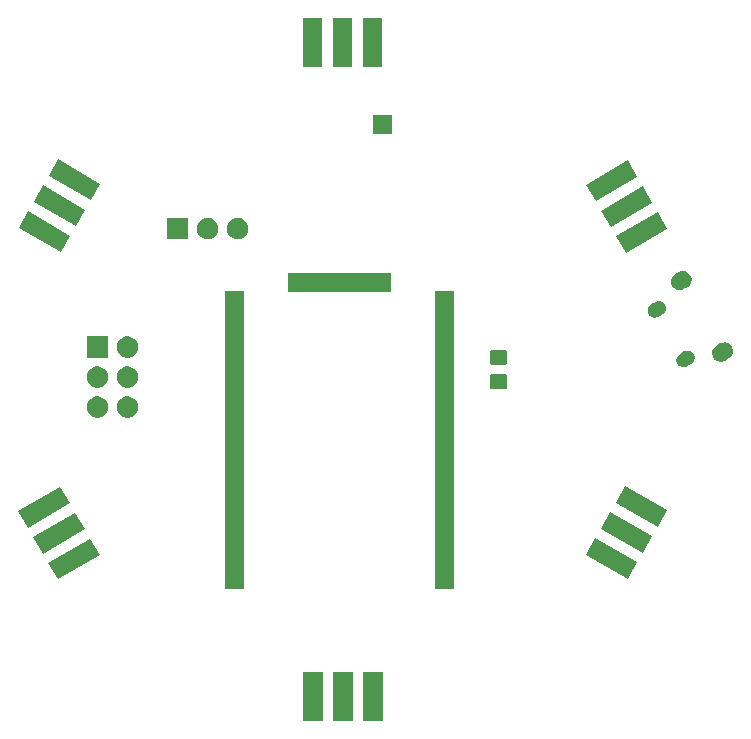
<source format=gbs>
G04 #@! TF.GenerationSoftware,KiCad,Pcbnew,(5.1.5)-3*
G04 #@! TF.CreationDate,2020-02-12T15:38:08+01:00*
G04 #@! TF.ProjectId,MotherBoard,4d6f7468-6572-4426-9f61-72642e6b6963,rev?*
G04 #@! TF.SameCoordinates,Original*
G04 #@! TF.FileFunction,Soldermask,Bot*
G04 #@! TF.FilePolarity,Negative*
%FSLAX46Y46*%
G04 Gerber Fmt 4.6, Leading zero omitted, Abs format (unit mm)*
G04 Created by KiCad (PCBNEW (5.1.5)-3) date 2020-02-12 15:38:08*
%MOMM*%
%LPD*%
G04 APERTURE LIST*
%ADD10C,0.100000*%
G04 APERTURE END LIST*
D10*
G36*
X155778400Y-120669000D02*
G01*
X154152400Y-120669000D01*
X154152400Y-116567000D01*
X155778400Y-116567000D01*
X155778400Y-120669000D01*
G37*
G36*
X158318400Y-120669000D02*
G01*
X156692400Y-120669000D01*
X156692400Y-116567000D01*
X158318400Y-116567000D01*
X158318400Y-120669000D01*
G37*
G36*
X160858400Y-120669000D02*
G01*
X159232400Y-120669000D01*
X159232400Y-116567000D01*
X160858400Y-116567000D01*
X160858400Y-120669000D01*
G37*
G36*
X166929000Y-109525000D02*
G01*
X165303000Y-109525000D01*
X165303000Y-84277000D01*
X166929000Y-84277000D01*
X166929000Y-109525000D01*
G37*
G36*
X149149000Y-109525000D02*
G01*
X147523000Y-109525000D01*
X147523000Y-84277000D01*
X149149000Y-84277000D01*
X149149000Y-109525000D01*
G37*
G36*
X136942418Y-106653284D02*
G01*
X133389982Y-108704284D01*
X132576982Y-107296126D01*
X136129418Y-105245126D01*
X136942418Y-106653284D01*
G37*
G36*
X182421118Y-107258025D02*
G01*
X181608118Y-108666183D01*
X178055682Y-106615183D01*
X178868682Y-105207025D01*
X182421118Y-107258025D01*
G37*
G36*
X135672418Y-104453579D02*
G01*
X132119982Y-106504579D01*
X131306982Y-105096421D01*
X134859418Y-103045421D01*
X135672418Y-104453579D01*
G37*
G36*
X183691118Y-105058321D02*
G01*
X182878118Y-106466479D01*
X179325682Y-104415479D01*
X180138682Y-103007321D01*
X183691118Y-105058321D01*
G37*
G36*
X134402418Y-102253875D02*
G01*
X130849982Y-104304875D01*
X130036982Y-102896717D01*
X133589418Y-100845717D01*
X134402418Y-102253875D01*
G37*
G36*
X184961118Y-102858616D02*
G01*
X184148118Y-104266774D01*
X180595682Y-102215774D01*
X181408682Y-100807616D01*
X184961118Y-102858616D01*
G37*
G36*
X136829012Y-93210927D02*
G01*
X136978312Y-93240624D01*
X137142284Y-93308544D01*
X137289854Y-93407147D01*
X137415353Y-93532646D01*
X137513956Y-93680216D01*
X137581876Y-93844188D01*
X137616500Y-94018259D01*
X137616500Y-94195741D01*
X137581876Y-94369812D01*
X137513956Y-94533784D01*
X137415353Y-94681354D01*
X137289854Y-94806853D01*
X137142284Y-94905456D01*
X136978312Y-94973376D01*
X136829012Y-95003073D01*
X136804242Y-95008000D01*
X136626758Y-95008000D01*
X136601988Y-95003073D01*
X136452688Y-94973376D01*
X136288716Y-94905456D01*
X136141146Y-94806853D01*
X136015647Y-94681354D01*
X135917044Y-94533784D01*
X135849124Y-94369812D01*
X135814500Y-94195741D01*
X135814500Y-94018259D01*
X135849124Y-93844188D01*
X135917044Y-93680216D01*
X136015647Y-93532646D01*
X136141146Y-93407147D01*
X136288716Y-93308544D01*
X136452688Y-93240624D01*
X136601988Y-93210927D01*
X136626758Y-93206000D01*
X136804242Y-93206000D01*
X136829012Y-93210927D01*
G37*
G36*
X139369012Y-93210927D02*
G01*
X139518312Y-93240624D01*
X139682284Y-93308544D01*
X139829854Y-93407147D01*
X139955353Y-93532646D01*
X140053956Y-93680216D01*
X140121876Y-93844188D01*
X140156500Y-94018259D01*
X140156500Y-94195741D01*
X140121876Y-94369812D01*
X140053956Y-94533784D01*
X139955353Y-94681354D01*
X139829854Y-94806853D01*
X139682284Y-94905456D01*
X139518312Y-94973376D01*
X139369012Y-95003073D01*
X139344242Y-95008000D01*
X139166758Y-95008000D01*
X139141988Y-95003073D01*
X138992688Y-94973376D01*
X138828716Y-94905456D01*
X138681146Y-94806853D01*
X138555647Y-94681354D01*
X138457044Y-94533784D01*
X138389124Y-94369812D01*
X138354500Y-94195741D01*
X138354500Y-94018259D01*
X138389124Y-93844188D01*
X138457044Y-93680216D01*
X138555647Y-93532646D01*
X138681146Y-93407147D01*
X138828716Y-93308544D01*
X138992688Y-93240624D01*
X139141988Y-93210927D01*
X139166758Y-93206000D01*
X139344242Y-93206000D01*
X139369012Y-93210927D01*
G37*
G36*
X171276674Y-91326465D02*
G01*
X171314367Y-91337899D01*
X171349103Y-91356466D01*
X171379548Y-91381452D01*
X171404534Y-91411897D01*
X171423101Y-91446633D01*
X171434535Y-91484326D01*
X171439000Y-91529661D01*
X171439000Y-92366339D01*
X171434535Y-92411674D01*
X171423101Y-92449367D01*
X171404534Y-92484103D01*
X171379548Y-92514548D01*
X171349103Y-92539534D01*
X171314367Y-92558101D01*
X171276674Y-92569535D01*
X171231339Y-92574000D01*
X170144661Y-92574000D01*
X170099326Y-92569535D01*
X170061633Y-92558101D01*
X170026897Y-92539534D01*
X169996452Y-92514548D01*
X169971466Y-92484103D01*
X169952899Y-92449367D01*
X169941465Y-92411674D01*
X169937000Y-92366339D01*
X169937000Y-91529661D01*
X169941465Y-91484326D01*
X169952899Y-91446633D01*
X169971466Y-91411897D01*
X169996452Y-91381452D01*
X170026897Y-91356466D01*
X170061633Y-91337899D01*
X170099326Y-91326465D01*
X170144661Y-91322000D01*
X171231339Y-91322000D01*
X171276674Y-91326465D01*
G37*
G36*
X139369012Y-90670927D02*
G01*
X139518312Y-90700624D01*
X139682284Y-90768544D01*
X139829854Y-90867147D01*
X139955353Y-90992646D01*
X140053956Y-91140216D01*
X140121876Y-91304188D01*
X140156500Y-91478259D01*
X140156500Y-91655741D01*
X140121876Y-91829812D01*
X140053956Y-91993784D01*
X139955353Y-92141354D01*
X139829854Y-92266853D01*
X139682284Y-92365456D01*
X139518312Y-92433376D01*
X139369012Y-92463073D01*
X139344242Y-92468000D01*
X139166758Y-92468000D01*
X139141988Y-92463073D01*
X138992688Y-92433376D01*
X138828716Y-92365456D01*
X138681146Y-92266853D01*
X138555647Y-92141354D01*
X138457044Y-91993784D01*
X138389124Y-91829812D01*
X138354500Y-91655741D01*
X138354500Y-91478259D01*
X138389124Y-91304188D01*
X138457044Y-91140216D01*
X138555647Y-90992646D01*
X138681146Y-90867147D01*
X138828716Y-90768544D01*
X138992688Y-90700624D01*
X139141988Y-90670927D01*
X139166758Y-90666000D01*
X139344242Y-90666000D01*
X139369012Y-90670927D01*
G37*
G36*
X136829012Y-90670927D02*
G01*
X136978312Y-90700624D01*
X137142284Y-90768544D01*
X137289854Y-90867147D01*
X137415353Y-90992646D01*
X137513956Y-91140216D01*
X137581876Y-91304188D01*
X137616500Y-91478259D01*
X137616500Y-91655741D01*
X137581876Y-91829812D01*
X137513956Y-91993784D01*
X137415353Y-92141354D01*
X137289854Y-92266853D01*
X137142284Y-92365456D01*
X136978312Y-92433376D01*
X136829012Y-92463073D01*
X136804242Y-92468000D01*
X136626758Y-92468000D01*
X136601988Y-92463073D01*
X136452688Y-92433376D01*
X136288716Y-92365456D01*
X136141146Y-92266853D01*
X136015647Y-92141354D01*
X135917044Y-91993784D01*
X135849124Y-91829812D01*
X135814500Y-91655741D01*
X135814500Y-91478259D01*
X135849124Y-91304188D01*
X135917044Y-91140216D01*
X136015647Y-90992646D01*
X136141146Y-90867147D01*
X136288716Y-90768544D01*
X136452688Y-90700624D01*
X136601988Y-90670927D01*
X136626758Y-90666000D01*
X136804242Y-90666000D01*
X136829012Y-90670927D01*
G37*
G36*
X186837255Y-89334863D02*
G01*
X186948054Y-89376566D01*
X187048585Y-89439079D01*
X187134995Y-89520011D01*
X187203952Y-89616240D01*
X187252810Y-89724072D01*
X187279693Y-89839369D01*
X187283567Y-89957693D01*
X187264283Y-90074493D01*
X187222580Y-90185293D01*
X187170560Y-90268949D01*
X187160064Y-90285827D01*
X187094357Y-90355983D01*
X187079135Y-90372235D01*
X187007017Y-90423914D01*
X186609479Y-90653433D01*
X186528664Y-90690050D01*
X186451799Y-90707972D01*
X186413368Y-90716933D01*
X186409363Y-90717064D01*
X186295044Y-90720807D01*
X186178242Y-90701523D01*
X186067444Y-90659821D01*
X185966910Y-90597305D01*
X185966908Y-90597304D01*
X185880502Y-90516376D01*
X185853096Y-90478131D01*
X185811546Y-90420148D01*
X185762685Y-90312311D01*
X185735803Y-90197017D01*
X185731929Y-90078694D01*
X185751213Y-89961892D01*
X185792915Y-89851094D01*
X185855431Y-89750560D01*
X185855432Y-89750558D01*
X185936360Y-89664152D01*
X185936361Y-89664151D01*
X186008479Y-89612472D01*
X186406017Y-89382952D01*
X186486832Y-89346335D01*
X186583794Y-89323728D01*
X186602127Y-89319453D01*
X186606132Y-89319322D01*
X186720452Y-89315579D01*
X186837255Y-89334863D01*
G37*
G36*
X171276674Y-89276465D02*
G01*
X171314367Y-89287899D01*
X171349103Y-89306466D01*
X171379548Y-89331452D01*
X171404534Y-89361897D01*
X171423101Y-89396633D01*
X171434535Y-89434326D01*
X171439000Y-89479661D01*
X171439000Y-90316339D01*
X171434535Y-90361674D01*
X171423101Y-90399367D01*
X171404534Y-90434103D01*
X171379548Y-90464548D01*
X171349103Y-90489534D01*
X171314367Y-90508101D01*
X171276674Y-90519535D01*
X171231339Y-90524000D01*
X170144661Y-90524000D01*
X170099326Y-90519535D01*
X170061633Y-90508101D01*
X170026897Y-90489534D01*
X169996452Y-90464548D01*
X169971466Y-90434103D01*
X169952899Y-90399367D01*
X169941465Y-90361674D01*
X169937000Y-90316339D01*
X169937000Y-89479661D01*
X169941465Y-89434326D01*
X169952899Y-89396633D01*
X169971466Y-89361897D01*
X169996452Y-89331452D01*
X170026897Y-89306466D01*
X170061633Y-89287899D01*
X170099326Y-89276465D01*
X170144661Y-89272000D01*
X171231339Y-89272000D01*
X171276674Y-89276465D01*
G37*
G36*
X189986187Y-88661345D02*
G01*
X190120028Y-88711719D01*
X190241479Y-88787242D01*
X190345852Y-88884998D01*
X190345853Y-88884999D01*
X190429153Y-89001244D01*
X190488174Y-89131506D01*
X190505310Y-89205000D01*
X190520649Y-89270783D01*
X190525328Y-89413714D01*
X190502033Y-89554810D01*
X190451657Y-89688654D01*
X190376139Y-89810098D01*
X190286545Y-89905756D01*
X190278379Y-89914475D01*
X190218069Y-89957693D01*
X190191256Y-89976907D01*
X190022226Y-90074496D01*
X189826389Y-90187563D01*
X189728764Y-90231797D01*
X189596345Y-90262672D01*
X189589487Y-90264271D01*
X189446557Y-90268950D01*
X189305460Y-90245655D01*
X189171616Y-90195279D01*
X189050175Y-90119763D01*
X188945794Y-90022000D01*
X188862495Y-89905756D01*
X188837728Y-89851094D01*
X188803473Y-89775494D01*
X188771000Y-89636221D01*
X188770999Y-89636217D01*
X188766320Y-89493287D01*
X188789615Y-89352190D01*
X188839991Y-89218346D01*
X188915507Y-89096905D01*
X189013270Y-88992523D01*
X189100387Y-88930096D01*
X189465260Y-88719436D01*
X189562880Y-88675205D01*
X189562882Y-88675205D01*
X189562883Y-88675204D01*
X189702156Y-88642730D01*
X189702160Y-88642729D01*
X189845090Y-88638050D01*
X189986187Y-88661345D01*
G37*
G36*
X137616500Y-89928000D02*
G01*
X135814500Y-89928000D01*
X135814500Y-88126000D01*
X137616500Y-88126000D01*
X137616500Y-89928000D01*
G37*
G36*
X139369012Y-88130927D02*
G01*
X139518312Y-88160624D01*
X139682284Y-88228544D01*
X139829854Y-88327147D01*
X139955353Y-88452646D01*
X140053956Y-88600216D01*
X140121876Y-88764188D01*
X140156500Y-88938259D01*
X140156500Y-89115741D01*
X140121876Y-89289812D01*
X140053956Y-89453784D01*
X139955353Y-89601354D01*
X139829854Y-89726853D01*
X139682284Y-89825456D01*
X139518312Y-89893376D01*
X139369012Y-89923073D01*
X139344242Y-89928000D01*
X139166758Y-89928000D01*
X139141988Y-89923073D01*
X138992688Y-89893376D01*
X138828716Y-89825456D01*
X138681146Y-89726853D01*
X138555647Y-89601354D01*
X138457044Y-89453784D01*
X138389124Y-89289812D01*
X138354500Y-89115741D01*
X138354500Y-88938259D01*
X138389124Y-88764188D01*
X138457044Y-88600216D01*
X138555647Y-88452646D01*
X138681146Y-88327147D01*
X138828716Y-88228544D01*
X138992688Y-88160624D01*
X139141988Y-88130927D01*
X139166758Y-88126000D01*
X139344242Y-88126000D01*
X139369012Y-88130927D01*
G37*
G36*
X184417255Y-85143300D02*
G01*
X184528054Y-85185003D01*
X184628585Y-85247516D01*
X184714995Y-85328448D01*
X184783952Y-85424677D01*
X184832810Y-85532509D01*
X184859693Y-85647806D01*
X184863567Y-85766130D01*
X184844283Y-85882930D01*
X184802580Y-85993730D01*
X184740065Y-86094263D01*
X184659135Y-86180672D01*
X184587017Y-86232351D01*
X184189479Y-86461870D01*
X184108664Y-86498487D01*
X184031799Y-86516409D01*
X183993368Y-86525370D01*
X183989363Y-86525501D01*
X183875044Y-86529244D01*
X183758242Y-86509960D01*
X183647444Y-86468258D01*
X183546910Y-86405742D01*
X183546908Y-86405741D01*
X183460502Y-86324813D01*
X183460501Y-86324812D01*
X183391546Y-86228585D01*
X183342685Y-86120748D01*
X183315803Y-86005454D01*
X183311929Y-85887131D01*
X183331213Y-85770329D01*
X183372915Y-85659531D01*
X183435431Y-85558997D01*
X183435432Y-85558995D01*
X183516360Y-85472589D01*
X183516361Y-85472588D01*
X183588479Y-85420909D01*
X183986017Y-85191389D01*
X184066832Y-85154772D01*
X184163794Y-85132165D01*
X184182127Y-85127890D01*
X184186132Y-85127759D01*
X184300452Y-85124016D01*
X184417255Y-85143300D01*
G37*
G36*
X161595000Y-84379000D02*
G01*
X152857000Y-84379000D01*
X152857000Y-82753000D01*
X161595000Y-82753000D01*
X161595000Y-84379000D01*
G37*
G36*
X186486187Y-82599168D02*
G01*
X186620028Y-82649542D01*
X186741479Y-82725065D01*
X186845852Y-82822821D01*
X186845853Y-82822822D01*
X186929153Y-82939067D01*
X186988174Y-83069329D01*
X187008422Y-83156169D01*
X187020649Y-83208606D01*
X187025328Y-83351537D01*
X187002033Y-83492633D01*
X186951657Y-83626477D01*
X186876139Y-83747921D01*
X186786545Y-83843579D01*
X186778379Y-83852298D01*
X186703089Y-83906250D01*
X186691256Y-83914730D01*
X186492529Y-84029465D01*
X186326389Y-84125386D01*
X186228764Y-84169620D01*
X186096345Y-84200495D01*
X186089487Y-84202094D01*
X185946557Y-84206773D01*
X185805460Y-84183478D01*
X185671616Y-84133102D01*
X185550175Y-84057586D01*
X185445794Y-83959823D01*
X185362495Y-83843579D01*
X185303473Y-83713317D01*
X185271000Y-83574044D01*
X185270999Y-83574040D01*
X185266320Y-83431110D01*
X185289615Y-83290013D01*
X185339991Y-83156169D01*
X185415507Y-83034728D01*
X185513270Y-82930346D01*
X185600387Y-82867919D01*
X185965260Y-82657259D01*
X186062880Y-82613028D01*
X186062882Y-82613028D01*
X186062883Y-82613027D01*
X186202156Y-82580553D01*
X186202160Y-82580552D01*
X186345090Y-82575873D01*
X186486187Y-82599168D01*
G37*
G36*
X184986518Y-79020688D02*
G01*
X181434082Y-81071688D01*
X180621082Y-79663530D01*
X184173518Y-77612530D01*
X184986518Y-79020688D01*
G37*
G36*
X134415118Y-79584726D02*
G01*
X133602118Y-80992884D01*
X130049682Y-78941884D01*
X130862682Y-77533726D01*
X134415118Y-79584726D01*
G37*
G36*
X146163512Y-78097927D02*
G01*
X146312812Y-78127624D01*
X146476784Y-78195544D01*
X146624354Y-78294147D01*
X146749853Y-78419646D01*
X146848456Y-78567216D01*
X146916376Y-78731188D01*
X146951000Y-78905259D01*
X146951000Y-79082741D01*
X146916376Y-79256812D01*
X146848456Y-79420784D01*
X146749853Y-79568354D01*
X146624354Y-79693853D01*
X146476784Y-79792456D01*
X146312812Y-79860376D01*
X146163512Y-79890073D01*
X146138742Y-79895000D01*
X145961258Y-79895000D01*
X145936488Y-79890073D01*
X145787188Y-79860376D01*
X145623216Y-79792456D01*
X145475646Y-79693853D01*
X145350147Y-79568354D01*
X145251544Y-79420784D01*
X145183624Y-79256812D01*
X145149000Y-79082741D01*
X145149000Y-78905259D01*
X145183624Y-78731188D01*
X145251544Y-78567216D01*
X145350147Y-78419646D01*
X145475646Y-78294147D01*
X145623216Y-78195544D01*
X145787188Y-78127624D01*
X145936488Y-78097927D01*
X145961258Y-78093000D01*
X146138742Y-78093000D01*
X146163512Y-78097927D01*
G37*
G36*
X148703512Y-78097927D02*
G01*
X148852812Y-78127624D01*
X149016784Y-78195544D01*
X149164354Y-78294147D01*
X149289853Y-78419646D01*
X149388456Y-78567216D01*
X149456376Y-78731188D01*
X149491000Y-78905259D01*
X149491000Y-79082741D01*
X149456376Y-79256812D01*
X149388456Y-79420784D01*
X149289853Y-79568354D01*
X149164354Y-79693853D01*
X149016784Y-79792456D01*
X148852812Y-79860376D01*
X148703512Y-79890073D01*
X148678742Y-79895000D01*
X148501258Y-79895000D01*
X148476488Y-79890073D01*
X148327188Y-79860376D01*
X148163216Y-79792456D01*
X148015646Y-79693853D01*
X147890147Y-79568354D01*
X147791544Y-79420784D01*
X147723624Y-79256812D01*
X147689000Y-79082741D01*
X147689000Y-78905259D01*
X147723624Y-78731188D01*
X147791544Y-78567216D01*
X147890147Y-78419646D01*
X148015646Y-78294147D01*
X148163216Y-78195544D01*
X148327188Y-78127624D01*
X148476488Y-78097927D01*
X148501258Y-78093000D01*
X148678742Y-78093000D01*
X148703512Y-78097927D01*
G37*
G36*
X144411000Y-79895000D02*
G01*
X142609000Y-79895000D01*
X142609000Y-78093000D01*
X144411000Y-78093000D01*
X144411000Y-79895000D01*
G37*
G36*
X183716518Y-76820984D02*
G01*
X180164082Y-78871984D01*
X179351082Y-77463826D01*
X182903518Y-75412826D01*
X183716518Y-76820984D01*
G37*
G36*
X135685118Y-77385021D02*
G01*
X134872118Y-78793179D01*
X131319682Y-76742179D01*
X132132682Y-75334021D01*
X135685118Y-77385021D01*
G37*
G36*
X182446518Y-74621279D02*
G01*
X178894082Y-76672279D01*
X178081082Y-75264121D01*
X181633518Y-73213121D01*
X182446518Y-74621279D01*
G37*
G36*
X136955118Y-75185317D02*
G01*
X136142118Y-76593475D01*
X132589682Y-74542475D01*
X133402682Y-73134317D01*
X136955118Y-75185317D01*
G37*
G36*
X161658500Y-70980500D02*
G01*
X160032500Y-70980500D01*
X160032500Y-69354500D01*
X161658500Y-69354500D01*
X161658500Y-70980500D01*
G37*
G36*
X160820300Y-65271600D02*
G01*
X159194300Y-65271600D01*
X159194300Y-61169600D01*
X160820300Y-61169600D01*
X160820300Y-65271600D01*
G37*
G36*
X158280300Y-65271600D02*
G01*
X156654300Y-65271600D01*
X156654300Y-61169600D01*
X158280300Y-61169600D01*
X158280300Y-65271600D01*
G37*
G36*
X155740300Y-65271600D02*
G01*
X154114300Y-65271600D01*
X154114300Y-61169600D01*
X155740300Y-61169600D01*
X155740300Y-65271600D01*
G37*
M02*

</source>
